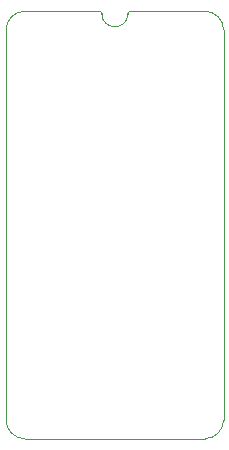
<source format=gbr>
%TF.GenerationSoftware,KiCad,Pcbnew,8.0.8*%
%TF.CreationDate,2025-02-02T11:15:27+01:00*%
%TF.ProjectId,NoTimekeeper,4e6f5469-6d65-46b6-9565-7065722e6b69,rev?*%
%TF.SameCoordinates,Original*%
%TF.FileFunction,Profile,NP*%
%FSLAX46Y46*%
G04 Gerber Fmt 4.6, Leading zero omitted, Abs format (unit mm)*
G04 Created by KiCad (PCBNEW 8.0.8) date 2025-02-02 11:15:27*
%MOMM*%
%LPD*%
G01*
G04 APERTURE LIST*
%TA.AperFunction,Profile*%
%ADD10C,0.100000*%
%TD*%
G04 APERTURE END LIST*
D10*
%TO.C,U4*%
X108597500Y-86525000D02*
X108597500Y-53505000D01*
X116535000Y-51917500D02*
X110185000Y-51917500D01*
X116688750Y-52076199D02*
X116688750Y-52115000D01*
X118911250Y-52115000D02*
X118911250Y-52076199D01*
X119075000Y-51917500D02*
X125425000Y-51917500D01*
X125425000Y-88112500D02*
X110185000Y-88112500D01*
X127012500Y-53505000D02*
X127012500Y-86525000D01*
X108597500Y-53505000D02*
G75*
G02*
X110185000Y-51917500I1587500J0D01*
G01*
X110185000Y-88112500D02*
G75*
G02*
X108597500Y-86525000I0J1587500D01*
G01*
X116530000Y-51917449D02*
G75*
G02*
X116688751Y-52076199I0J-158751D01*
G01*
X118911250Y-52076199D02*
G75*
G02*
X119074018Y-51917501I158750J-1D01*
G01*
X118916250Y-52115000D02*
G75*
G02*
X116693750Y-52115000I-1111250J0D01*
G01*
X125425000Y-51917500D02*
G75*
G02*
X127012500Y-53505000I0J-1587500D01*
G01*
X127012500Y-86525000D02*
G75*
G02*
X125425000Y-88112500I-1587500J0D01*
G01*
%TD*%
M02*

</source>
